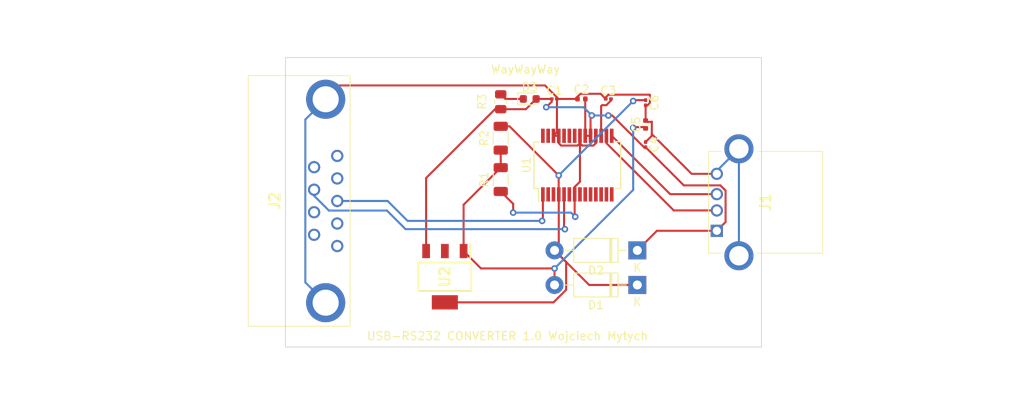
<source format=kicad_pcb>
(kicad_pcb (version 20221018) (generator pcbnew)
  (layers (0 "F.Cu" signal) (31 "B.Cu" signal) (34 "B.Paste" user) (35 "F.Paste" user) (36 "B.SilkS" user "B.Silkscreen") (37 "F.SilkS" user "F.Silkscreen") (38 "B.Mask" user) (39 "F.Mask" user) (44 "Edge.Cuts" user))
  (net 0 "")
  (net 1 "GND")
  (net 2 "Net-(U1-TXD)")
  (net 3 "Net-(U1-RXD)")
  (net 6 "/V_IN")
  (net 14 "Net-(U1-3V3OUT)")
  (net 19 "Net-(D1-A)")
  (net 20 "/V_OUT")
  (net 21 "Net-(D3-K)")
  (net 22 "Net-(U1-USBD-)")
  (net 23 "Net-(U1-USBD+)")
  (footprint "Capacitor_SMD:C_0402_1005Metric" (layer "F.Cu") (at 176.276 84.419 90)
    (fp_text reference "C5" (at 0 -1.16 90) (layer "F.SilkS"))
    (fp_text value "10uF")
    (fp_line (start -0.107836 -0.36) (end 0.107836 -0.36) (stroke (width 0.12)) (layer "F.SilkS"))
    (fp_line (start -0.107836 0.36) (end 0.107836 0.36) (stroke (width 0.12)) (layer "F.SilkS"))
    (pad "1" smd roundrect (at -0.48 0 90) (size 0.56 0.62) (layers "F.Cu" "F.Paste" "F.Mask") (net 19 "Net-(D1-A)"))
    (pad "2" smd roundrect (at 0.48 0 90) (size 0.56 0.62) (layers "F.Cu" "F.Paste" "F.Mask") (net 1 "GND"))
  )
  (footprint "Capacitor_SMD:C_0201_0603Metric" (layer "F.Cu") (at 165.075 81.28 180)
    (fp_text reference "C1" (at 0 1.016) (layer "F.SilkS"))
    (fp_text value "0.1u" hide)
    (pad "1" smd roundrect (at -0.32 0 180) (size 0.46 0.4) (layers "F.Cu" "F.Mask") (net 1 "GND"))
    (pad "2" smd roundrect (at 0.32 0 180) (size 0.46 0.4) (layers "F.Cu" "F.Mask") (net 6 "/V_IN"))
  )
  (footprint "Capacitor_SMD:C_0201_0603Metric" (layer "F.Cu") (at 176.276 81.747 -90)
    (fp_text reference "C6" (at 0 -1.05 90) (layer "F.SilkS"))
    (fp_text value "1uF" hide)
    (pad "1" smd roundrect (at -0.32 0 270) (size 0.46 0.4) (layers "F.Cu" "F.Mask") (net 20 "/V_OUT"))
    (pad "2" smd roundrect (at 0.32 0 270) (size 0.46 0.4) (layers "F.Cu" "F.Mask") (net 1 "GND"))
  )
  (footprint "Diode_THT:D_DO-41_SOD81_P10.16mm_Horizontal" (layer "F.Cu") (at 175.26 104.14 180)
    (fp_text reference "D1" (at 5.08 -2.47) (layer "F.SilkS"))
    (fp_text value "1N4002")
    (fp_text user "K" (at 0 -2.1) (layer "F.SilkS"))
    (fp_line (start 1.34 0) (end 2.36 0) (stroke (width 0.12)) (layer "F.SilkS"))
    (fp_line (start 2.36 -1.47) (end 2.36 1.47) (stroke (width 0.12)) (layer "F.SilkS"))
    (fp_line (start 2.36 1.47) (end 7.8 1.47) (stroke (width 0.12)) (layer "F.SilkS"))
    (fp_line (start 3.14 -1.47) (end 3.14 1.47) (stroke (width 0.12)) (layer "F.SilkS"))
    (fp_line (start 3.26 -1.47) (end 3.26 1.47) (stroke (width 0.12)) (layer "F.SilkS"))
    (fp_line (start 3.38 -1.47) (end 3.38 1.47) (stroke (width 0.12)) (layer "F.SilkS"))
    (fp_line (start 7.8 -1.47) (end 2.36 -1.47) (stroke (width 0.12)) (layer "F.SilkS"))
    (fp_line (start 7.8 1.47) (end 7.8 -1.47) (stroke (width 0.12)) (layer "F.SilkS"))
    (fp_line (start 8.82 0) (end 7.8 0) (stroke (width 0.12)) (layer "F.SilkS"))
    (pad "1" thru_hole rect (at 0 0 180) (size 2.2 2.2) (drill 1.1) (layers "*.Cu" "*.Mask") (net 20 "/V_OUT"))
    (pad "2" thru_hole oval (at 10.16 0 180) (size 2.2 2.2) (drill 1.1) (layers "*.Cu" "*.Mask") (net 19 "Net-(D1-A)"))
  )
  (footprint "SamacSys_Parts:SOT230P700X180-4N" (layer "F.Cu") (at 151.638 103.124 -90)
    (fp_text reference "U2" (at 0 0 -90) (layer "F.SilkS") (effects (font (size 1.27 1.27) (thickness 0.254))))
    (fp_text value "LM317DCY" hide)
    (fp_line (start -4.025 -3.125) (end -2.275 -3.125) (stroke (width 0.2)) (layer "F.SilkS"))
    (fp_line (start -1.75 -3.25) (end 1.75 -3.25) (stroke (width 0.2)) (layer "F.SilkS"))
    (fp_line (start -1.75 3.25) (end -1.75 -3.25) (stroke (width 0.2)) (layer "F.SilkS"))
    (fp_line (start 1.75 -3.25) (end 1.75 3.25) (stroke (width 0.2)) (layer "F.SilkS"))
    (fp_line (start 1.75 3.25) (end -1.75 3.25) (stroke (width 0.2)) (layer "F.SilkS"))
    (pad "1" smd rect (at -3.15 -2.3) (size 0.95 1.75) (layers "F.Cu" "F.Paste" "F.Mask") (net 19 "Net-(D1-A)"))
    (pad "2" smd rect (at -3.15 0) (size 0.95 1.75) (layers "F.Cu" "F.Paste" "F.Mask"))
    (pad "3" smd rect (at -3.15 2.3) (size 0.95 1.75) (layers "F.Cu" "F.Paste" "F.Mask") (net 6 "/V_IN"))
    (pad "4" smd rect (at 3.15 0 270) (size 1.75 3.2) (layers "F.Cu" "F.Paste" "F.Mask") (net 20 "/V_OUT"))
  )
  (footprint "Capacitor_SMD:C_0402_1005Metric" (layer "F.Cu") (at 168.402 81.28)
    (fp_text reference "C2" (at 0 -1.16) (layer "F.SilkS"))
    (fp_text value "10uF")
    (fp_line (start -0.107836 -0.36) (end 0.107836 -0.36) (stroke (width 0.12)) (layer "F.SilkS"))
    (fp_line (start -0.107836 0.36) (end 0.107836 0.36) (stroke (width 0.12)) (layer "F.SilkS"))
    (pad "1" smd roundrect (at -0.48 0) (size 0.56 0.62) (layers "F.Cu" "F.Paste" "F.Mask") (net 1 "GND"))
    (pad "2" smd roundrect (at 0.48 0) (size 0.56 0.62) (layers "F.Cu" "F.Paste" "F.Mask") (net 6 "/V_IN"))
  )
  (footprint "Capacitor_SMD:C_0201_0603Metric" (layer "F.Cu") (at 176.276 86.893 -90)
    (fp_text reference "C4" (at 0 -1.05 90) (layer "F.SilkS"))
    (fp_text value "0.1uF" hide)
    (pad "1" smd roundrect (at -0.32 0 270) (size 0.46 0.4) (layers "F.Cu" "F.Mask") (net 1 "GND"))
    (pad "2" smd roundrect (at 0.32 0 270) (size 0.46 0.4) (layers "F.Cu" "F.Mask") (net 6 "/V_IN"))
  )
  (footprint "Resistor_SMD:R_1206_3216Metric" (layer "F.Cu") (at 158.496 91.186 -90)
    (fp_text reference "R1" (at 0 2.032 90) (layer "F.SilkS"))
    (fp_text value "400" hide)
    (fp_line (start -0.727064 -0.91) (end 0.727064 -0.91) (stroke (width 0.12)) (layer "F.SilkS"))
    (fp_line (start -0.727064 0.91) (end 0.727064 0.91) (stroke (width 0.12)) (layer "F.SilkS"))
    (pad "1" smd roundrect (at -1.4625 0 270) (size 1.125 1.75) (layers "F.Cu" "F.Paste" "F.Mask") (roundrect_rratio 0.2222222222) (net 19 "Net-(D1-A)"))
    (pad "2" smd roundrect (at 1.4625 0 270) (size 1.125 1.75) (layers "F.Cu" "F.Paste" "F.Mask") (roundrect_rratio 0.2222222222) (net 1 "GND"))
  )
  (footprint "SamacSys_Parts:618009231121" (layer "F.Cu") (at 138.43 99.357 -90)
    (fp_text reference "J2" (at -5.54 7.67 -90) (layer "F.SilkS") (effects (font (size 1.27 1.27) (thickness 0.254))))
    (fp_text value "618009231121" hide)
    (fp_line (start -20.94 -1.58) (end 9.86 -1.58) (stroke (width 0.1)) (layer "F.SilkS"))
    (fp_line (start -20.94 10.92) (end -20.94 -1.58) (stroke (width 0.1)) (layer "F.SilkS"))
    (fp_line (start 9.86 -1.58) (end 9.86 10.92) (stroke (width 0.1)) (layer "F.SilkS"))
    (fp_line (start 9.86 10.92) (end -20.94 10.92) (stroke (width 0.1)) (layer "F.SilkS"))
    (pad "1" thru_hole circle (at 0 0 270) (size 1.5 1.5) (drill 1) (layers "*.Cu" "*.Mask"))
    (pad "2" thru_hole circle (at -2.77 0 270) (size 1.5 1.5) (drill 1) (layers "*.Cu" "*.Mask"))
    (pad "3" thru_hole circle (at -5.54 0 270) (size 1.5 1.5) (drill 1) (layers "*.Cu" "*.Mask") (net 2 "Net-(U1-TXD)"))
    (pad "4" thru_hole circle (at -8.31 0 270) (size 1.5 1.5) (drill 1) (layers "*.Cu" "*.Mask"))
    (pad "5" thru_hole circle (at -11.08 0 270) (size 1.5 1.5) (drill 1) (layers "*.Cu" "*.Mask"))
    (pad "6" thru_hole circle (at -1.385 2.84 270) (size 1.5 1.5) (drill 1) (layers "*.Cu" "*.Mask"))
    (pad "7" thru_hole circle (at -4.155 2.84 270) (size 1.5 1.5) (drill 1) (layers "*.Cu" "*.Mask"))
    (pad "8" thru_hole circle (at -6.925 2.84 270) (size 1.5 1.5) (drill 1) (layers "*.Cu" "*.Mask") (net 3 "Net-(U1-RXD)"))
    (pad "9" thru_hole circle (at -9.695 2.84 270) (size 1.5 1.5) (drill 1) (layers "*.Cu" "*.Mask"))
    (pad "MH1" thru_hole circle (at -18.04 1.42 270) (size 4.8 4.8) (drill 3.2) (layers "*.Cu" "*.Mask") (net 1 "GND"))
    (pad "MH2" thru_hole circle (at 6.96 1.42 270) (size 4.8 4.8) (drill 3.2) (layers "*.Cu" "*.Mask") (net 1 "GND"))
  )
  (footprint "LED_SMD:LED_0603_1608Metric" (layer "F.Cu") (at 162.052 81.28)
    (fp_text reference "D3" (at 0 -1.43) (layer "F.SilkS"))
    (fp_text value "LED")
    (fp_line (start -1.485 -0.735) (end -1.485 0.735) (stroke (width 0.12)) (layer "F.SilkS"))
    (fp_line (start -1.485 0.735) (end 0.8 0.735) (stroke (width 0.12)) (layer "F.SilkS"))
    (fp_line (start 0.8 -0.735) (end -1.485 -0.735) (stroke (width 0.12)) (layer "F.SilkS"))
    (pad "1" smd roundrect (at -0.7875 0) (size 0.875 0.95) (layers "F.Cu" "F.Paste" "F.Mask") (net 21 "Net-(D3-K)"))
    (pad "2" smd roundrect (at 0.7875 0) (size 0.875 0.95) (layers "F.Cu" "F.Paste" "F.Mask") (net 6 "/V_IN"))
  )
  (footprint "SamacSys_Parts:2923035" (layer "F.Cu") (at 185.018 97.48 90)
    (fp_text reference "J1" (at 3.5 5.99 90) (layer "F.SilkS") (effects (font (size 1.27 1.27) (thickness 0.254))))
    (fp_text value "292303-5" hide)
    (fp_line (start -2.75 -1.01) (end 9.75 -1.01) (stroke (width 0.1)) (layer "F.SilkS"))
    (fp_line (start -2.75 0.49) (end -2.75 -1.01) (stroke (width 0.1)) (layer "F.SilkS"))
    (fp_line (start -2.75 4.99) (end -2.75 12.99) (stroke (width 0.1)) (layer "F.SilkS"))
    (fp_line (start -2.75 12.99) (end 9.75 12.99) (stroke (width 0.1)) (layer "F.SilkS"))
    (fp_line (start 9.75 -1.01) (end 9.75 0.49) (stroke (width 0.1)) (layer "F.SilkS"))
    (fp_line (start 9.75 12.99) (end 9.75 4.99) (stroke (width 0.1)) (layer "F.SilkS"))
    (pad "1" thru_hole rect (at 0 0 90) (size 1.5 1.5) (drill 1) (layers "*.Cu" "*.Mask") (net 6 "/V_IN"))
    (pad "2" thru_hole circle (at 2.5 0 90) (size 1.5 1.5) (drill 1) (layers "*.Cu" "*.Mask") (net 22 "Net-(U1-USBD-)"))
    (pad "3" thru_hole circle (at 4.5 0 90) (size 1.5 1.5) (drill 1) (layers "*.Cu" "*.Mask") (net 23 "Net-(U1-USBD+)"))
    (pad "4" thru_hole circle (at 7 0 90) (size 1.5 1.5) (drill 1) (layers "*.Cu" "*.Mask") (net 1 "GND"))
    (pad "MH1" thru_hole circle (at -3.07 2.71 90) (size 3.57 3.57) (drill 2.38) (layers "*.Cu" "*.Mask") (net 1 "GND"))
    (pad "MH2" thru_hole circle (at 10.07 2.71 90) (size 3.57 3.57) (drill 2.38) (layers "*.Cu" "*.Mask") (net 1 "GND"))
  )
  (footprint "Package_SO:SSOP-28_5.3x10.2mm_P0.65mm" (layer "F.Cu") (at 167.894 89.408 90)
    (fp_text reference "U1" (at 0 -6.25 90) (layer "F.SilkS"))
    (fp_text value "FT232RL")
    (fp_line (start -2.875 -5.325) (end -2.875 -4.75) (stroke (width 0.15)) (layer "F.SilkS"))
    (fp_line (start -2.875 -5.325) (end 2.875 -5.325) (stroke (width 0.15)) (layer "F.SilkS"))
    (fp_line (start -2.875 -4.75) (end -4.475 -4.75) (stroke (width 0.15)) (layer "F.SilkS"))
    (fp_line (start -2.875 5.325) (end -2.875 4.675) (stroke (width 0.15)) (layer "F.SilkS"))
    (fp_line (start -2.875 5.325) (end 2.875 5.325) (stroke (width 0.15)) (layer "F.SilkS"))
    (fp_line (start 2.875 -5.325) (end 2.875 -4.675) (stroke (width 0.15)) (layer "F.SilkS"))
    (fp_line (start 2.875 5.325) (end 2.875 4.675) (stroke (width 0.15)) (layer "F.SilkS"))
    (pad "1" smd rect (at -3.6 -4.225 90) (size 1.75 0.45) (layers "F.Cu" "F.Paste" "F.Mask") (net 2 "Net-(U1-TXD)"))
    (pad "2" smd rect (at -3.6 -3.575 90) (size 1.75 0.45) (layers "F.Cu" "F.Paste" "F.Mask"))
    (pad "3" smd rect (at -3.6 -2.925 90) (size 1.75 0.45) (layers "F.Cu" "F.Paste" "F.Mask"))
    (pad "4" smd rect (at -3.6 -2.275 90) (size 1.75 0.45) (layers "F.Cu" "F.Paste" "F.Mask") (net 20 "/V_OUT"))
    (pad "5" smd rect (at -3.6 -1.625 90) (size 1.75 0.45) (layers "F.Cu" "F.Paste" "F.Mask") (net 3 "Net-(U1-RXD)"))
    (pad "6" smd rect (at -3.6 -0.975 90) (size 1.75 0.45) (layers "F.Cu" "F.Paste" "F.Mask"))
    (pad "7" smd rect (at -3.6 -0.325 90) (size 1.75 0.45) (layers "F.Cu" "F.Paste" "F.Mask") (net 1 "GND"))
    (pad "8" smd rect (at -3.6 0.325 90) (size 1.75 0.45) (layers "F.Cu" "F.Paste" "F.Mask"))
    (pad "9" smd rect (at -3.6 0.975 90) (size 1.75 0.45) (layers "F.Cu" "F.Paste" "F.Mask"))
    (pad "10" smd rect (at -3.6 1.625 90) (size 1.75 0.45) (layers "F.Cu" "F.Paste" "F.Mask"))
    (pad "11" smd rect (at -3.6 2.275 90) (size 1.75 0.45) (layers "F.Cu" "F.Paste" "F.Mask"))
    (pad "12" smd rect (at -3.6 2.925 90) (size 1.75 0.45) (layers "F.Cu" "F.Paste" "F.Mask"))
    (pad "13" smd rect (at -3.6 3.575 90) (size 1.75 0.45) (layers "F.Cu" "F.Paste" "F.Mask"))
    (pad "14" smd rect (at -3.6 4.225 90) (size 1.75 0.45) (layers "F.Cu" "F.Paste" "F.Mask"))
    (pad "15" smd rect (at 3.6 4.225 90) (size 1.75 0.45) (layers "F.Cu" "F.Paste" "F.Mask") (net 23 "Net-(U1-USBD+)"))
    (pad "16" smd rect (at 3.6 3.575 90) (size 1.75 0.45) (layers "F.Cu" "F.Paste" "F.Mask") (net 22 "Net-(U1-USBD-)"))
    (pad "17" smd rect (at 3.6 2.925 90) (size 1.75 0.45) (layers "F.Cu" "F.Paste" "F.Mask") (net 14 "Net-(U1-3V3OUT)"))
    (pad "18" smd rect (at 3.6 2.275 90) (size 1.75 0.45) (layers "F.Cu" "F.Paste" "F.Mask") (net 1 "GND"))
    (pad "19" smd rect (at 3.6 1.625 90) (size 1.75 0.45) (layers "F.Cu" "F.Paste" "F.Mask") (net 6 "/V_IN"))
    (pad "20" smd rect (at 3.6 0.975 90) (size 1.75 0.45) (layers "F.Cu" "F.Paste" "F.Mask") (net 6 "/V_IN"))
    (pad "21" smd rect (at 3.6 0.325 90) (size 1.75 0.45) (layers "F.Cu" "F.Paste" "F.Mask") (net 1 "GND"))
    (pad "22" smd rect (at 3.6 -0.325 90) (size 1.75 0.45) (layers "F.Cu" "F.Paste" "F.Mask"))
    (pad "23" smd rect (at 3.6 -0.975 90) (size 1.75 0.45) (layers "F.Cu" "F.Paste" "F.Mask"))
    (pad "24" smd rect (at 3.6 -1.625 90) (size 1.75 0.45) (layers "F.Cu" "F.Paste" "F.Mask"))
    (pad "25" smd rect (at 3.6 -2.275 90) (size 1.75 0.45) (layers "F.Cu" "F.Paste" "F.Mask") (net 1 "GND"))
    (pad "26" smd rect (at 3.6 -2.925 90) (size 1.75 0.45) (layers "F.Cu" "F.Paste" "F.Mask") (net 1 "GND"))
    (pad "27" smd rect (at 3.6 -3.575 90) (size 1.75 0.45) (layers "F.Cu" "F.Paste" "F.Mask"))
    (pad "28" smd rect (at 3.6 -4.225 90) (size 1.75 0.45) (layers "F.Cu" "F.Paste" "F.Mask"))
  )
  (footprint "Resistor_SMD:R_0805_2012Metric" (layer "F.Cu") (at 158.496 81.625 -90)
    (fp_text reference "R3" (at 0 2.286 90) (layer "F.SilkS"))
    (fp_text value "85" hide)
    (fp_line (start -0.227064 -0.735) (end 0.227064 -0.735) (stroke (width 0.12)) (layer "F.SilkS"))
    (fp_line (start -0.227064 0.735) (end 0.227064 0.735) (stroke (width 0.12)) (layer "F.SilkS"))
    (pad "1" smd roundrect (at -0.9125 0 270) (size 1.025 1.4) (layers "F.Cu" "F.Paste" "F.Mask") (roundrect_rratio 0.243902439) (net 21 "Net-(D3-K)"))
    (pad "2" smd roundrect (at 0.9125 0 270) (size 1.025 1.4) (layers "F.Cu" "F.Paste" "F.Mask") (roundrect_rratio 0.243902439) (net 6 "/V_IN"))
  )
  (footprint "Resistor_SMD:R_1206_3216Metric" (layer "F.Cu") (at 158.496 86.106 -90)
    (fp_text reference "R2" (at 0 2.032 90) (layer "F.SilkS"))
    (fp_text value "240" hide)
    (fp_line (start -0.727064 -0.91) (end 0.727064 -0.91) (stroke (width 0.12)) (layer "F.SilkS"))
    (fp_line (start -0.727064 0.91) (end 0.727064 0.91) (stroke (width 0.12)) (layer "F.SilkS"))
    (pad "1" smd roundrect (at -1.4625 0 270) (size 1.125 1.75) (layers "F.Cu" "F.Paste" "F.Mask") (roundrect_rratio 0.2222222222) (net 20 "/V_OUT"))
    (pad "2" smd roundrect (at 1.4625 0 270) (size 1.125 1.75) (layers "F.Cu" "F.Paste" "F.Mask") (roundrect_rratio 0.2222222222) (net 19 "Net-(D1-A)"))
  )
  (footprint "Capacitor_SMD:C_0201_0603Metric" (layer "F.Cu") (at 171.704 81.28 180)
    (fp_text reference "C3" (at 0 1.016) (layer "F.SilkS"))
    (fp_text value "0.1uF" hide)
    (pad "1" smd roundrect (at -0.32 0 180) (size 0.46 0.4) (layers "F.Cu" "F.Mask") (net 14 "Net-(U1-3V3OUT)"))
    (pad "2" smd roundrect (at 0.32 0 180) (size 0.46 0.4) (layers "F.Cu" "F.Mask") (net 1 "GND"))
  )
  (footprint "Diode_THT:D_DO-41_SOD81_P10.16mm_Horizontal" (layer "F.Cu") (at 175.26 99.89 180)
    (fp_text reference "D2" (at 5.08 -2.47) (layer "F.SilkS"))
    (fp_text value "1N4002")
    (fp_text user "K" (at 0 -2.1) (layer "F.SilkS"))
    (fp_line (start 1.34 0) (end 2.36 0) (stroke (width 0.12)) (layer "F.SilkS"))
    (fp_line (start 2.36 -1.47) (end 2.36 1.47) (stroke (width 0.12)) (layer "F.SilkS"))
    (fp_line (start 2.36 1.47) (end 7.8 1.47) (stroke (width 0.12)) (layer "F.SilkS"))
    (fp_line (start 3.14 -1.47) (end 3.14 1.47) (stroke (width 0.12)) (layer "F.SilkS"))
    (fp_line (start 3.26 -1.47) (end 3.26 1.47) (stroke (width 0.12)) (layer "F.SilkS"))
    (fp_line (start 3.38 -1.47) (end 3.38 1.47) (stroke (width 0.12)) (layer "F.SilkS"))
    (fp_line (start 7.8 -1.47) (end 2.36 -1.47) (stroke (width 0.12)) (layer "F.SilkS"))
    (fp_line (start 7.8 1.47) (end 7.8 -1.47) (stroke (width 0.12)) (layer "F.SilkS"))
    (fp_line (start 8.82 0) (end 7.8 0) (stroke (width 0.12)) (layer "F.SilkS"))
    (pad "1" thru_hole rect (at 0 0 180) (size 2.2 2.2) (drill 1.1) (layers "*.Cu" "*.Mask") (net 6 "/V_IN"))
    (pad "2" thru_hole oval (at 10.16 0 180) (size 2.2 2.2) (drill 1.1) (layers "*.Cu" "*.Mask") (net 20 "/V_OUT"))
  )
  (gr_rect (start 132.08 76.2) (end 190.5 111.76) (stroke (width 0.1)) (fill none) (layer "Edge.Cuts"))
  (gr_text "WayWayWay\n" (at 157.226 78.232) (layer "F.SilkS") (effects (font (size 1 1)) (justify left bottom)))
  (gr_text "USB-RS232 CONVERTER 1.0 Wojciech Mytych\n" (at 141.986 110.998) (layer "F.SilkS") (effects (font (size 1 1)) (justify left bottom)))
  (segment (start 168.219 85.808) (end 168.219 91.44838) (width 0.25) (layer "F.Cu") (net 1))
  (segment (start 168.219 91.44838) (end 167.569 92.09838) (width 0.25) (layer "F.Cu") (net 1))
  (segment (start 170.169 86.71762) (end 169.87862 87.008) (width 0.25) (layer "F.Cu") (net 1))
  (segment (start 164.969 85.808) (end 165.619 85.808) (width 0.25) (layer "F.Cu") (net 1))
  (segment (start 160.02 94.1725) (end 160.02 95.25) (width 0.25) (layer "F.Cu") (net 1))
  (segment (start 137.01 81.317) (end 138.704544 79.622456) (width 0.25) (layer "F.Cu") (net 1))
  (segment (start 170.749 80.645) (end 168.275 80.645) (width 0.25) (layer "F.Cu") (net 1))
  (segment (start 165.619 85.808) (end 165.619 86.71762) (width 0.25) (layer "F.Cu") (net 1))
  (segment (start 167.92862 87.008) (end 168.219 86.71762) (width 0.25) (layer "F.Cu") (net 1))
  (segment (start 168.219 86.71762) (end 168.219 85.808) (width 0.25) (layer "F.Cu") (net 1))
  (segment (start 167.569 92.09838) (end 167.569 93.008) (width 0.25) (layer "F.Cu") (net 1))
  (segment (start 165.395 81.28) (end 165.395 85.382) (width 0.25) (layer "F.Cu") (net 1))
  (segment (start 165.619 86.71762) (end 165.90938 87.008) (width 0.25) (layer "F.Cu") (net 1))
  (segment (start 170.169 85.808) (end 170.169 86.71762) (width 0.25) (layer "F.Cu") (net 1))
  (segment (start 176.767 80.755) (end 171.717958 80.755) (width 0.25) (layer "F.Cu") (net 1))
  (segment (start 176.801 81.771) (end 176.801 80.789) (width 0.25) (layer "F.Cu") (net 1))
  (segment (start 177.038 84.074) (end 177.013 84.099) (width 0.25) (layer "F.Cu") (net 1))
  (segment (start 158.496 92.6485) (end 160.02 94.1725) (width 0.25) (layer "F.Cu") (net 1))
  (segment (start 177.038 85.811) (end 177.038 85.598) (width 0.25) (layer "F.Cu") (net 1))
  (segment (start 163.937456 79.622456) (end 165.395 81.08) (width 0.25) (layer "F.Cu") (net 1))
  (segment (start 176.801 80.789) (end 176.767 80.755) (width 0.25) (layer "F.Cu") (net 1))
  (segment (start 176.276 84.099) (end 176.276 82.067) (width 0.25) (layer "F.Cu") (net 1))
  (segment (start 168.275 80.645) (end 167.922 80.998) (width 0.25) (layer "F.Cu") (net 1))
  (segment (start 181.92 90.48) (end 177.038 85.598) (width 0.25) (layer "F.Cu") (net 1))
  (segment (start 171.384 81.088958) (end 171.384 81.28) (width 0.25) (layer "F.Cu") (net 1))
  (segment (start 165.395 81.08) (end 165.395 81.28) (width 0.25) (layer "F.Cu") (net 1))
  (segment (start 167.64 95.758) (end 167.569 95.687) (width 0.25) (layer "F.Cu") (net 1))
  (segment (start 165.90938 87.008) (end 167.92862 87.008) (width 0.25) (layer "F.Cu") (net 1))
  (segment (start 176.276 82.067) (end 176.505 82.067) (width 0.25) (layer "F.Cu") (net 1))
  (segment (start 177.038 85.598) (end 177.038 84.074) (width 0.25) (layer "F.Cu") (net 1))
  (segment (start 169.87862 87.008) (end 168.50938 87.008) (width 0.25) (layer "F.Cu") (net 1))
  (segment (start 185.018 90.48) (end 181.92 90.48) (width 0.25) (layer "F.Cu") (net 1))
  (segment (start 177.013 84.099) (end 176.276 84.099) (width 0.25) (layer "F.Cu") (net 1))
  (segment (start 171.717958 80.755) (end 171.384 81.088958) (width 0.25) (layer "F.Cu") (net 1))
  (segment (start 168.50938 87.008) (end 168.219 86.71762) (width 0.25) (layer "F.Cu") (net 1))
  (segment (start 167.569 95.687) (end 167.569 93.008) (width 0.25) (layer "F.Cu") (net 1))
  (segment (start 176.276 86.573) (end 177.038 85.811) (width 0.25) (layer "F.Cu") (net 1))
  (segment (start 165.395 85.382) (end 164.969 85.808) (width 0.25) (layer "F.Cu") (net 1))
  (segment (start 176.505 82.067) (end 176.801 81.771) (width 0.25) (layer "F.Cu") (net 1))
  (segment (start 167.922 81.28) (end 165.395 81.28) (width 0.25) (layer "F.Cu") (net 1))
  (segment (start 167.922 80.998) (end 167.922 81.28) (width 0.25) (layer "F.Cu") (net 1))
  (segment (start 138.704544 79.622456) (end 163.937456 79.622456) (width 0.25) (layer "F.Cu") (net 1))
  (segment (start 171.384 81.28) (end 170.749 80.645) (width 0.25) (layer "F.Cu") (net 1))
  (via (at 167.64 95.758) (size 0.8) (drill 0.4) (layers "F.Cu" "B.Cu") (net 1))
  (via (at 160.02 95.25) (size 0.8) (drill 0.4) (layers "F.Cu" "B.Cu") (net 1))
  (segment (start 187.728 87.41) (end 185.018 90.12) (width 0.25) (layer "B.Cu") (net 1))
  (segment (start 137.01 81.317) (end 134.515 83.812) (width 0.25) (layer "B.Cu") (net 1))
  (segment (start 134.515 103.822) (end 137.01 106.317) (width 0.25) (layer "B.Cu") (net 1))
  (segment (start 134.515 83.812) (end 134.515 103.822) (width 0.25) (layer "B.Cu") (net 1))
  (segment (start 160.02 95.25) (end 167.132 95.25) (width 0.25) (layer "B.Cu") (net 1))
  (segment (start 167.132 95.25) (end 167.64 95.758) (width 0.25) (layer "B.Cu") (net 1))
  (segment (start 187.728 87.41) (end 187.728 100.55) (width 0.25) (layer "B.Cu") (net 1))
  (segment (start 185.018 90.12) (end 185.018 90.48) (width 0.25) (layer "B.Cu") (net 1))
  (segment (start 163.576 96.266) (end 163.669 96.173) (width 0.25) (layer "F.Cu") (net 2))
  (segment (start 163.669 96.173) (end 163.669 93.008) (width 0.25) (layer "F.Cu") (net 2))
  (via (at 163.576 96.266) (size 0.8) (drill 0.4) (layers "F.Cu" "B.Cu") (net 2))
  (segment (start 147.066 96.266) (end 163.576 96.266) (width 0.25) (layer "B.Cu") (net 2))
  (segment (start 147.066 96.266) (end 144.617 93.817) (width 0.25) (layer "B.Cu") (net 2))
  (segment (start 144.617 93.817) (end 138.43 93.817) (width 0.25) (layer "B.Cu") (net 2))
  (segment (start 166.37 97.282) (end 166.269 97.181) (width 0.25) (layer "F.Cu") (net 3))
  (segment (start 166.269 97.181) (end 166.269 93.008) (width 0.25) (layer "F.Cu") (net 3))
  (via (at 166.37 97.282) (size 0.8) (drill 0.4) (layers "F.Cu" "B.Cu") (net 3))
  (segment (start 135.59 93.182) (end 135.59 92.432) (width 0.25) (layer "B.Cu") (net 3))
  (segment (start 146.812 97.282) (end 166.37 97.282) (width 0.25) (layer "B.Cu") (net 3))
  (segment (start 144.526 94.996) (end 137.404 94.996) (width 0.25) (layer "B.Cu") (net 3))
  (segment (start 146.812 97.282) (end 144.526 94.996) (width 0.25) (layer "B.Cu") (net 3))
  (segment (start 137.404 94.996) (end 135.59 93.182) (width 0.25) (layer "B.Cu") (net 3))
  (segment (start 185.018 97.48) (end 177.67 97.48) (width 0.25) (layer "F.Cu") (net 6))
  (segment (start 186.093 96.405) (end 185.018 97.48) (width 0.25) (layer "F.Cu") (net 6))
  (segment (start 172.175 83.312) (end 171.704 83.312) (width 0.25) (layer "F.Cu") (net 6))
  (segment (start 168.869 85.808) (end 169.519 85.808) (width 0.25) (layer "F.Cu") (net 6))
  (segment (start 185.45661 91.905) (end 185.967805 92.416195) (width 0.25) (layer "F.Cu") (net 6))
  (segment (start 176.276 87.213) (end 180.968 91.905) (width 0.25) (layer "F.Cu") (net 6))
  (segment (start 176.076 87.213) (end 172.175 83.312) (width 0.25) (layer "F.Cu") (net 6))
  (segment (start 157.796 82.5375) (end 158.496 82.5375) (width 0.25) (layer "F.Cu") (net 6))
  (segment (start 180.968 91.905) (end 185.45661 91.905) (width 0.25) (layer "F.Cu") (net 6))
  (segment (start 168.722 81.28) (end 168.869 81.427) (width 0.25) (layer "F.Cu") (net 6))
  (segment (start 158.496 82.5375) (end 161.582 82.5375) (width 0.25) (layer "F.Cu") (net 6))
  (segment (start 169.519 83.465) (end 169.519 85.808) (width 0.25) (layer "F.Cu") (net 6))
  (segment (start 164.755 81.28) (end 164.755 81.625) (width 0.25) (layer "F.Cu") (net 6))
  (segment (start 186.093 92.54139) (end 186.093 96.405) (width 0.25) (layer "F.Cu") (net 6))
  (segment (start 164.755 81.625) (end 164.084 82.296) (width 0.25) (layer "F.Cu") (net 6))
  (segment (start 177.67 97.48) (end 175.26 99.89) (width 0.25) (layer "F.Cu") (net 6))
  (segment (start 161.582 82.5375) (end 162.8395 81.28) (width 0.25) (layer "F.Cu") (net 6))
  (segment (start 162.8395 81.28) (end 164.755 81.28) (width 0.25) (layer "F.Cu") (net 6))
  (segment (start 176.276 87.213) (end 176.076 87.213) (width 0.25) (layer "F.Cu") (net 6))
  (segment (start 169.672 83.312) (end 169.519 83.465) (width 0.25) (layer "F.Cu") (net 6))
  (segment (start 168.869 81.427) (end 168.869 85.808) (width 0.25) (layer "F.Cu") (net 6))
  (segment (start 149.338 99.974) (end 149.338 90.9955) (width 0.25) (layer "F.Cu") (net 6))
  (segment (start 176.276 87.213) (end 176.276 87.238) (width 0.25) (layer "F.Cu") (net 6))
  (segment (start 149.338 90.9955) (end 157.796 82.5375) (width 0.25) (layer "F.Cu") (net 6))
  (segment (start 185.840805 92.289195) (end 186.093 92.54139) (width 0.25) (layer "F.Cu") (net 6))
  (via (at 169.672 83.312) (size 0.8) (drill 0.4) (layers "F.Cu" "B.Cu") (net 6))
  (via (at 171.704 83.312) (size 0.8) (drill 0.4) (layers "F.Cu" "B.Cu") (net 6))
  (via (at 164.084 82.296) (size 0.8) (drill 0.4) (layers "F.Cu" "B.Cu") (net 6))
  (segment (start 171.704 83.312) (end 169.672 83.312) (width 0.25) (layer "B.Cu") (net 6))
  (segment (start 168.656 82.296) (end 169.672 83.312) (width 0.25) (layer "B.Cu") (net 6))
  (segment (start 164.084 82.296) (end 168.656 82.296) (width 0.25) (layer "B.Cu") (net 6))
  (segment (start 170.819 82.165) (end 170.819 85.808) (width 0.25) (layer "F.Cu") (net 14))
  (segment (start 171.462 82.042) (end 170.942 82.042) (width 0.25) (layer "F.Cu") (net 14))
  (segment (start 172.024 81.28) (end 172.024 81.48) (width 0.25) (layer "F.Cu") (net 14))
  (segment (start 172.024 81.48) (end 171.462 82.042) (width 0.25) (layer "F.Cu") (net 14))
  (segment (start 170.942 82.042) (end 170.819 82.165) (width 0.25) (layer "F.Cu") (net 14))
  (segment (start 165.1 102.108) (end 165.1 104.14) (width 0.25) (layer "F.Cu") (net 19))
  (segment (start 174.849 84.739) (end 174.752 84.836) (width 0.25) (layer "F.Cu") (net 19))
  (segment (start 153.938 94.2815) (end 153.938 99.974) (width 0.25) (layer "F.Cu") (net 19))
  (segment (start 156.072 102.108) (end 165.1 102.108) (width 0.25) (layer "F.Cu") (net 19))
  (segment (start 176.276 84.739) (end 174.849 84.739) (width 0.25) (layer "F.Cu") (net 19))
  (segment (start 158.496 87.5685) (end 158.496 89.7235) (width 0.25) (layer "F.Cu") (net 19))
  (segment (start 158.496 89.7235) (end 153.938 94.2815) (width 0.25) (layer "F.Cu") (net 19))
  (segment (start 153.938 99.974) (end 156.072 102.108) (width 0.25) (layer "F.Cu") (net 19))
  (via (at 174.752 84.836) (size 0.8) (drill 0.4) (layers "F.Cu" "B.Cu") (net 19))
  (via (at 165.1 102.108) (size 0.8) (drill 0.4) (layers "F.Cu" "B.Cu") (net 19))
  (segment (start 174.752 84.836) (end 174.752 92.456) (width 0.25) (layer "B.Cu") (net 19))
  (segment (start 174.752 92.456) (end 165.1 102.108) (width 0.25) (layer "B.Cu") (net 19))
  (segment (start 174.859 81.427) (end 174.752 81.534) (width 0.25) (layer "F.Cu") (net 20))
  (segment (start 151.638 106.274) (end 164.979594 106.274) (width 0.25) (layer "F.Cu") (net 20))
  (segment (start 166.525 104.728594) (end 166.525 101.315) (width 0.25) (layer "F.Cu") (net 20))
  (segment (start 165.619 99.371) (end 165.619 93.008) (width 0.25) (layer "F.Cu") (net 20))
  (segment (start 158.496 84.6435) (end 159.5735 84.6435) (width 0.25) (layer "F.Cu") (net 20))
  (segment (start 165.1 99.89) (end 165.619 99.371) (width 0.25) (layer "F.Cu") (net 20))
  (segment (start 165.608 90.678) (end 165.608 92.997) (width 0.25) (layer "F.Cu") (net 20))
  (segment (start 166.525 101.315) (end 165.1 99.89) (width 0.25) (layer "F.Cu") (net 20))
  (segment (start 175.26 104.14) (end 169.35 104.14) (width 0.25) (layer "F.Cu") (net 20))
  (segment (start 159.5735 84.6435) (end 165.608 90.678) (width 0.25) (layer "F.Cu") (net 20))
  (segment (start 165.608 92.997) (end 165.619 93.008) (width 0.25) (layer "F.Cu") (net 20))
  (segment (start 164.979594 106.274) (end 166.525 104.728594) (width 0.25) (layer "F.Cu") (net 20))
  (segment (start 169.35 104.14) (end 165.1 99.89) (width 0.25) (layer "F.Cu") (net 20))
  (segment (start 176.276 81.427) (end 174.859 81.427) (width 0.25) (layer "F.Cu") (net 20))
  (via (at 174.752 81.534) (size 0.8) (drill 0.4) (layers "F.Cu" "B.Cu") (net 20))
  (via (at 165.608 90.678) (size 0.8) (drill 0.4) (layers "F.Cu" "B.Cu") (net 20))
  (segment (start 174.752 81.534) (end 165.608 90.678) (width 0.25) (layer "B.Cu") (net 20))
  (segment (start 161.2645 81.28) (end 159.0635 81.28) (width 0.25) (layer "F.Cu") (net 21))
  (segment (start 159.0635 81.28) (end 158.496 80.7125) (width 0.25) (layer "F.Cu") (net 21))
  (segment (start 171.469 86.71762) (end 171.469 85.808) (width 0.25) (layer "F.Cu") (net 22))
  (segment (start 179.73138 94.98) (end 171.469 86.71762) (width 0.25) (layer "F.Cu") (net 22))
  (segment (start 185.018 94.98) (end 179.73138 94.98) (width 0.25) (layer "F.Cu") (net 22))
  (segment (start 185.018 92.98) (end 179.291 92.98) (width 0.25) (layer "F.Cu") (net 23))
  (segment (start 179.291 92.98) (end 172.119 85.808) (width 0.25) (layer "F.Cu") (net 23))
)
</source>
